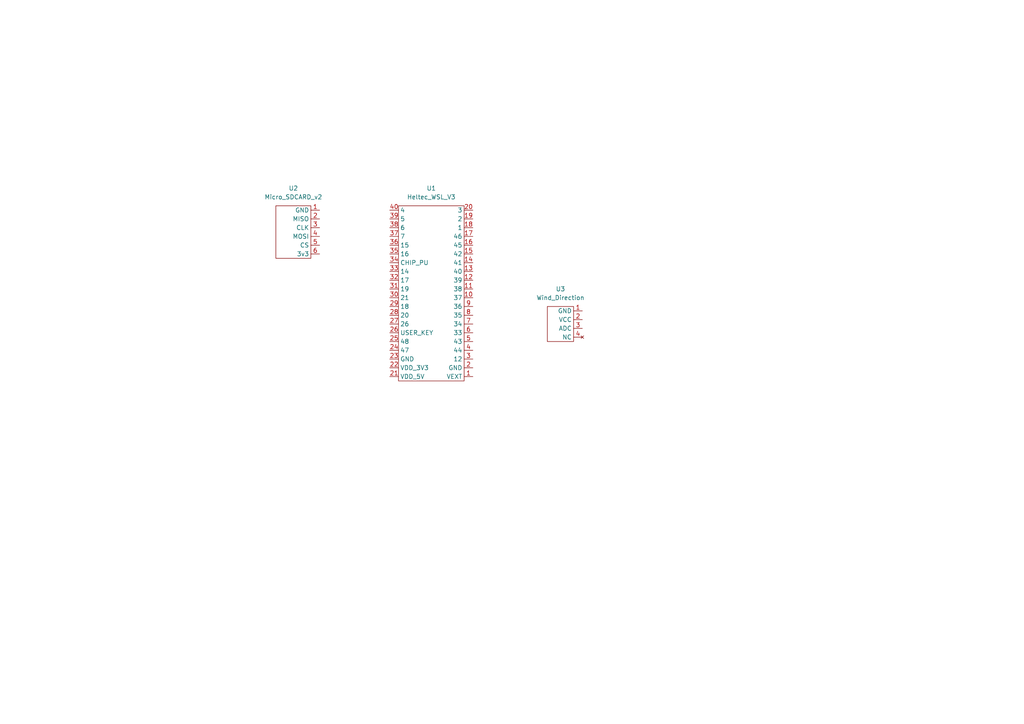
<source format=kicad_sch>
(kicad_sch (version 20250114) (generator "eeschema") (generator_version "9.0")
  (paper "A4")
  (lib_symbols
    (symbol "Custom Board:SPI SD Card_v2"
      (property "Reference" "U4" (at 0 11.43 0))
      (property "Value" "Micro_SDCARD_v2" (at 0 8.89 0))
      (symbol "SPI SD Card_v2_0_1"
        (rectangle (start -5.08 6.35) (end 5.08 -8.89))
      )
      (symbol "SPI SD Card_v2_1_1"
        (pin passive line (at 7.62 5.08 180) (length 2.54) (name "GND") (number "1"))
        (pin bidirectional line (at 7.62 2.54 180) (length 2.54) (name "MISO") (number "2"))
        (pin bidirectional line (at 7.62 0 180) (length 2.54) (name "CLK") (number "3"))
        (pin bidirectional line (at 7.62 -2.54 180) (length 2.54) (name "MOSI") (number "4"))
        (pin bidirectional line (at 7.62 -5.08 180) (length 2.54) (name "CS") (number "5"))
        (pin power_in line (at 7.62 -7.62 180) (length 2.54) (name "3v3") (number "6"))
      )
    )
    (symbol "Custom Board:WSL_V3"
      (property "Reference" "U5" (at -4.445 17.78 0))
      (property "Value" "Heltec_WSL_V3" (at -4.445 15.24 0))
      (symbol "WSL_V3_0_1"
        (rectangle (start -13.97 12.7) (end 5.08 -38.1))
      )
      (symbol "WSL_V3_1_1"
        (pin bidirectional line (at -16.51 11.43 0) (length 2.54) (name "4") (number "40"))
        (pin bidirectional line (at -16.51 8.89 0) (length 2.54) (name "5") (number "39"))
        (pin bidirectional line (at -16.51 6.35 0) (length 2.54) (name "6") (number "38"))
        (pin bidirectional line (at -16.51 3.81 0) (length 2.54) (name "7") (number "37"))
        (pin bidirectional line (at -16.51 1.27 0) (length 2.54) (name "15") (number "36"))
        (pin bidirectional line (at -16.51 -1.27 0) (length 2.54) (name "16") (number "35"))
        (pin input line (at -16.51 -3.81 0) (length 2.54) (name "CHIP_PU") (number "34"))
        (pin bidirectional line (at -16.51 -6.35 0) (length 2.54) (name "14") (number "33"))
        (pin bidirectional line (at -16.51 -8.89 0) (length 2.54) (name "17") (number "32"))
        (pin bidirectional line (at -16.51 -11.43 0) (length 2.54) (name "19") (number "31"))
        (pin bidirectional line (at -16.51 -13.97 0) (length 2.54) (name "21") (number "30"))
        (pin bidirectional line (at -16.51 -16.51 0) (length 2.54) (name "18") (number "29"))
        (pin bidirectional line (at -16.51 -19.05 0) (length 2.54) (name "20") (number "28"))
        (pin bidirectional line (at -16.51 -21.59 0) (length 2.54) (name "26") (number "27"))
        (pin bidirectional line (at -16.51 -24.13 0) (length 2.54) (name "USER_KEY") (number "26"))
        (pin bidirectional line (at -16.51 -26.67 0) (length 2.54) (name "48") (number "25"))
        (pin bidirectional line (at -16.51 -29.21 0) (length 2.54) (name "47") (number "24"))
        (pin passive line (at -16.51 -31.75 0) (length 2.54) (name "GND") (number "23"))
        (pin power_in line (at -16.51 -34.29 0) (length 2.54) (name "VDD_3V3") (number "22"))
        (pin power_in line (at -16.51 -36.83 0) (length 2.54) (name "VDD_5V") (number "21"))
        (pin bidirectional line (at 7.62 11.43 180) (length 2.54) (name "3") (number "20"))
        (pin bidirectional line (at 7.62 8.89 180) (length 2.54) (name "2") (number "19"))
        (pin bidirectional line (at 7.62 6.35 180) (length 2.54) (name "1") (number "18"))
        (pin bidirectional line (at 7.62 3.81 180) (length 2.54) (name "46") (number "17"))
        (pin bidirectional line (at 7.62 1.27 180) (length 2.54) (name "45") (number "16"))
        (pin bidirectional line (at 7.62 -1.27 180) (length 2.54) (name "42") (number "15"))
        (pin bidirectional line (at 7.62 -3.81 180) (length 2.54) (name "41") (number "14"))
        (pin bidirectional line (at 7.62 -6.35 180) (length 2.54) (name "40") (number "13"))
        (pin bidirectional line (at 7.62 -8.89 180) (length 2.54) (name "39") (number "12"))
        (pin bidirectional line (at 7.62 -11.43 180) (length 2.54) (name "38") (number "11"))
        (pin bidirectional line (at 7.62 -13.97 180) (length 2.54) (name "37") (number "10"))
        (pin bidirectional line (at 7.62 -16.51 180) (length 2.54) (name "36") (number "9"))
        (pin bidirectional line (at 7.62 -19.05 180) (length 2.54) (name "35") (number "8"))
        (pin bidirectional line (at 7.62 -21.59 180) (length 2.54) (name "34") (number "7"))
        (pin bidirectional line (at 7.62 -24.13 180) (length 2.54) (name "33") (number "6"))
        (pin bidirectional line (at 7.62 -26.67 180) (length 2.54) (name "43") (number "5"))
        (pin bidirectional line (at 7.62 -29.21 180) (length 2.54) (name "44") (number "4"))
        (pin bidirectional line (at 7.62 -31.75 180) (length 2.54) (name "12") (number "3"))
        (pin passive line (at 7.62 -34.29 180) (length 2.54) (name "GND") (number "2"))
        (pin power_out line (at 7.62 -36.83 180) (length 2.54) (name "VEXT") (number "1"))
      )
    )
    (symbol "Custom Board:Wind Direction"
      (property "Reference" "U3" (at 0 10.16 0))
      (property "Value" "Wind_Direction" (at 0 7.62 0))
      (symbol "Wind Direction_0_1"
        (rectangle (start -3.81 5.08) (end 3.81 -5.08))
      )
      (symbol "Wind Direction_1_1"
        (pin passive line (at 6.35 3.81 180) (length 2.54) (name "GND") (number "1"))
        (pin power_in line (at 6.35 1.27 180) (length 2.54) (name "VCC") (number "2"))
        (pin bidirectional line (at 6.35 -1.27 180) (length 2.54) (name "ADC") (number "3"))
        (pin no_connect line (at 6.35 -3.81 180) (length 2.54) (name "NC") (number "4"))
      )
    )
  )
  (symbol (lib_id "Custom Board:SPI SD Card_v2") (at 85.09 66.04 0) (unit 1)
    (property "Reference" "U2" (at 85.09 54.61 0))
    (property "Value" "Micro_SDCARD_v2" (at 85.09 57.15 0))
    (property "Footprint" "Custom Board:Micro_SDCARD_v2" (effects (hide yes)))
    (property "Description" "SPI SD Card Reader" (effects (hide yes)))
  )
  (symbol (lib_id "Custom Board:Wind Direction") (at 162.56 93.98 0) (unit 1)
    (property "Reference" "U3" (at 162.56 83.82 0))
    (property "Value" "Wind_Direction" (at 162.56 86.36 0))
    (property "Footprint" "Custom Board:STASRG_Wind_Dir" (effects (hide yes)))
    (property "Description" "ADC Wind Direction Sensor" (effects (hide yes)))
  )
  (symbol (lib_id "Custom Board:WSL_V3") (at 129.54 72.39 0) (unit 1)
    (property "Reference" "U1" (at 125.095 54.61 0))
    (property "Value" "Heltec_WSL_V3" (at 125.095 57.15 0))
    (property "Footprint" "Custom Board:Heltec_WSL_V3_v1" (effects (hide yes)))
    (property "Description" "Heltec_WSL_V3" (effects (hide yes)))
  )
)
</source>
